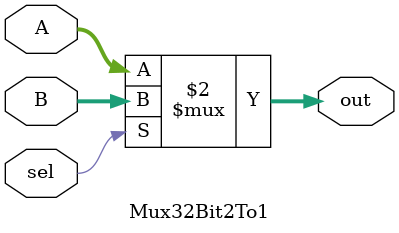
<source format=v>
`timescale 1ns / 1ps

module Mux32Bit2To1(out, A, B, sel);

    output [31:0] out;
    
    input [31:0] A, B;
    input  sel;
    
   
    /* Fill in the implementation here ... */ 
     assign  out = (sel==0)? A:B;
         
endmodule
</source>
